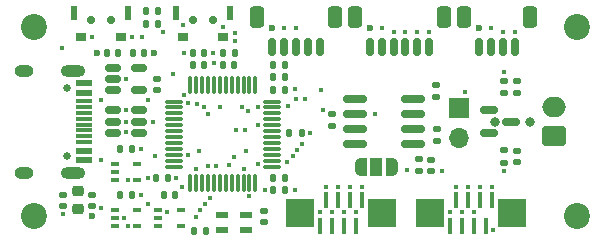
<source format=gbr>
%TF.GenerationSoftware,KiCad,Pcbnew,(6.0.6)*%
%TF.CreationDate,2022-07-10T21:22:37+02:00*%
%TF.ProjectId,GCode_Buttons_MCU,47436f64-655f-4427-9574-746f6e735f4d,rev?*%
%TF.SameCoordinates,Original*%
%TF.FileFunction,Soldermask,Top*%
%TF.FilePolarity,Negative*%
%FSLAX46Y46*%
G04 Gerber Fmt 4.6, Leading zero omitted, Abs format (unit mm)*
G04 Created by KiCad (PCBNEW (6.0.6)) date 2022-07-10 21:22:37*
%MOMM*%
%LPD*%
G01*
G04 APERTURE LIST*
G04 Aperture macros list*
%AMRoundRect*
0 Rectangle with rounded corners*
0 $1 Rounding radius*
0 $2 $3 $4 $5 $6 $7 $8 $9 X,Y pos of 4 corners*
0 Add a 4 corners polygon primitive as box body*
4,1,4,$2,$3,$4,$5,$6,$7,$8,$9,$2,$3,0*
0 Add four circle primitives for the rounded corners*
1,1,$1+$1,$2,$3*
1,1,$1+$1,$4,$5*
1,1,$1+$1,$6,$7*
1,1,$1+$1,$8,$9*
0 Add four rect primitives between the rounded corners*
20,1,$1+$1,$2,$3,$4,$5,0*
20,1,$1+$1,$4,$5,$6,$7,0*
20,1,$1+$1,$6,$7,$8,$9,0*
20,1,$1+$1,$8,$9,$2,$3,0*%
%AMFreePoly0*
4,1,22,0.550000,-0.750000,0.000000,-0.750000,0.000000,-0.745033,-0.079941,-0.743568,-0.215256,-0.701293,-0.333266,-0.622738,-0.424486,-0.514219,-0.481581,-0.384460,-0.499164,-0.250000,-0.500000,-0.250000,-0.500000,0.250000,-0.499164,0.250000,-0.499963,0.256109,-0.478152,0.396186,-0.417904,0.524511,-0.324060,0.630769,-0.204165,0.706417,-0.067858,0.745374,0.000000,0.744959,0.000000,0.750000,
0.550000,0.750000,0.550000,-0.750000,0.550000,-0.750000,$1*%
%AMFreePoly1*
4,1,20,0.000000,0.744959,0.073905,0.744508,0.209726,0.703889,0.328688,0.626782,0.421226,0.519385,0.479903,0.390333,0.500000,0.250000,0.500000,-0.250000,0.499851,-0.262216,0.476331,-0.402017,0.414519,-0.529596,0.319384,-0.634700,0.198574,-0.708877,0.061801,-0.746166,0.000000,-0.745033,0.000000,-0.750000,-0.550000,-0.750000,-0.550000,0.750000,0.000000,0.750000,0.000000,0.744959,
0.000000,0.744959,$1*%
G04 Aperture macros list end*
%ADD10RoundRect,0.140000X0.170000X-0.140000X0.170000X0.140000X-0.170000X0.140000X-0.170000X-0.140000X0*%
%ADD11RoundRect,0.140000X-0.170000X0.140000X-0.170000X-0.140000X0.170000X-0.140000X0.170000X0.140000X0*%
%ADD12RoundRect,0.140000X0.140000X0.170000X-0.140000X0.170000X-0.140000X-0.170000X0.140000X-0.170000X0*%
%ADD13RoundRect,0.140000X-0.140000X-0.170000X0.140000X-0.170000X0.140000X0.170000X-0.140000X0.170000X0*%
%ADD14RoundRect,0.150000X-0.587500X-0.150000X0.587500X-0.150000X0.587500X0.150000X-0.587500X0.150000X0*%
%ADD15RoundRect,0.147500X-0.172500X0.147500X-0.172500X-0.147500X0.172500X-0.147500X0.172500X0.147500X0*%
%ADD16RoundRect,0.147500X0.172500X-0.147500X0.172500X0.147500X-0.172500X0.147500X-0.172500X-0.147500X0*%
%ADD17RoundRect,0.147500X0.147500X0.172500X-0.147500X0.172500X-0.147500X-0.172500X0.147500X-0.172500X0*%
%ADD18R,1.000000X0.600000*%
%ADD19RoundRect,0.218750X-0.256250X0.218750X-0.256250X-0.218750X0.256250X-0.218750X0.256250X0.218750X0*%
%ADD20C,2.200000*%
%ADD21C,0.650000*%
%ADD22R,1.450000X0.600000*%
%ADD23R,1.450000X0.300000*%
%ADD24O,2.100000X1.000000*%
%ADD25O,1.600000X1.000000*%
%ADD26RoundRect,0.250000X0.750000X-0.600000X0.750000X0.600000X-0.750000X0.600000X-0.750000X-0.600000X0*%
%ADD27O,2.000000X1.700000*%
%ADD28RoundRect,0.150000X-0.150000X-0.625000X0.150000X-0.625000X0.150000X0.625000X-0.150000X0.625000X0*%
%ADD29RoundRect,0.250000X-0.350000X-0.650000X0.350000X-0.650000X0.350000X0.650000X-0.350000X0.650000X0*%
%ADD30FreePoly0,0.000000*%
%ADD31R,1.000000X1.500000*%
%ADD32FreePoly1,0.000000*%
%ADD33R,1.700000X1.700000*%
%ADD34O,1.700000X1.700000*%
%ADD35RoundRect,0.135000X-0.135000X-0.185000X0.135000X-0.185000X0.135000X0.185000X-0.135000X0.185000X0*%
%ADD36RoundRect,0.135000X0.185000X-0.135000X0.185000X0.135000X-0.185000X0.135000X-0.185000X-0.135000X0*%
%ADD37RoundRect,0.135000X0.135000X0.185000X-0.135000X0.185000X-0.135000X-0.185000X0.135000X-0.185000X0*%
%ADD38RoundRect,0.135000X-0.185000X0.135000X-0.185000X-0.135000X0.185000X-0.135000X0.185000X0.135000X0*%
%ADD39C,0.700000*%
%ADD40R,0.900000X0.800000*%
%ADD41R,0.600000X1.200000*%
%ADD42RoundRect,0.075000X-0.075000X0.662500X-0.075000X-0.662500X0.075000X-0.662500X0.075000X0.662500X0*%
%ADD43RoundRect,0.075000X-0.662500X0.075000X-0.662500X-0.075000X0.662500X-0.075000X0.662500X0.075000X0*%
%ADD44RoundRect,0.150000X-0.825000X-0.150000X0.825000X-0.150000X0.825000X0.150000X-0.825000X0.150000X0*%
%ADD45RoundRect,0.150000X-0.512500X-0.150000X0.512500X-0.150000X0.512500X0.150000X-0.512500X0.150000X0*%
%ADD46R,0.650000X0.400000*%
%ADD47R,2.400000X2.400000*%
%ADD48R,0.400000X1.350000*%
%ADD49C,0.450000*%
%ADD50C,0.800000*%
%ADD51C,0.600000*%
G04 APERTURE END LIST*
D10*
%TO.C,C1*%
X127250000Y-100330000D03*
X127250000Y-99370000D03*
%TD*%
D11*
%TO.C,C2*%
X104450000Y-106170000D03*
X104450000Y-107130000D03*
%TD*%
D10*
%TO.C,C3*%
X106950000Y-107130000D03*
X106950000Y-106170000D03*
%TD*%
D12*
%TO.C,C4*%
X113330000Y-104800000D03*
X112370000Y-104800000D03*
%TD*%
D13*
%TO.C,C5*%
X122270000Y-97300000D03*
X123230000Y-97300000D03*
%TD*%
%TO.C,C6*%
X122270000Y-96250000D03*
X123230000Y-96250000D03*
%TD*%
%TO.C,C7*%
X122270000Y-95200000D03*
X123230000Y-95200000D03*
%TD*%
D12*
%TO.C,C8*%
X116430000Y-95200000D03*
X115470000Y-95200000D03*
%TD*%
%TO.C,C9*%
X116430000Y-94150000D03*
X115470000Y-94150000D03*
%TD*%
D13*
%TO.C,C10*%
X122270000Y-104750000D03*
X123230000Y-104750000D03*
%TD*%
%TO.C,C11*%
X122270000Y-105800000D03*
X123230000Y-105800000D03*
%TD*%
D10*
%TO.C,C12*%
X135650000Y-104180000D03*
X135650000Y-103220000D03*
%TD*%
D12*
%TO.C,C13*%
X110280000Y-102300000D03*
X109320000Y-102300000D03*
%TD*%
D13*
%TO.C,C14*%
X108170000Y-94150000D03*
X109130000Y-94150000D03*
%TD*%
D12*
%TO.C,C15*%
X111330000Y-94150000D03*
X110370000Y-94150000D03*
%TD*%
D10*
%TO.C,C16*%
X112400000Y-97330000D03*
X112400000Y-96370000D03*
%TD*%
D13*
%TO.C,C17*%
X118020000Y-95200000D03*
X118980000Y-95200000D03*
%TD*%
D12*
%TO.C,C18*%
X110280000Y-106200000D03*
X109320000Y-106200000D03*
%TD*%
D13*
%TO.C,C19*%
X113020000Y-106200000D03*
X113980000Y-106200000D03*
%TD*%
D10*
%TO.C,C20*%
X121500000Y-108530000D03*
X121500000Y-107570000D03*
%TD*%
D14*
%TO.C,D1*%
X140562500Y-99050000D03*
X140562500Y-100950000D03*
X142437500Y-100000000D03*
%TD*%
D15*
%TO.C,D2*%
X142900000Y-96565000D03*
X142900000Y-97535000D03*
%TD*%
D16*
%TO.C,D3*%
X142900000Y-103435000D03*
X142900000Y-102465000D03*
%TD*%
D17*
%TO.C,D4*%
X112485000Y-90600000D03*
X111515000Y-90600000D03*
%TD*%
D18*
%TO.C,D5*%
X119950000Y-109200000D03*
X119950000Y-107900000D03*
X117950000Y-107900000D03*
X117950000Y-109200000D03*
%TD*%
D19*
%TO.C,FB1*%
X105700000Y-105862500D03*
X105700000Y-107437500D03*
%TD*%
D20*
%TO.C,H1*%
X102000000Y-92000000D03*
%TD*%
%TO.C,H2*%
X102000000Y-108000000D03*
%TD*%
%TO.C,H3*%
X148000000Y-108000000D03*
%TD*%
%TO.C,H4*%
X148000000Y-92000000D03*
%TD*%
D21*
%TO.C,J1*%
X104800000Y-97110000D03*
X104800000Y-102890000D03*
D22*
X106245000Y-96750000D03*
X106245000Y-97550000D03*
D23*
X106245000Y-98750000D03*
X106245000Y-99750000D03*
X106245000Y-100250000D03*
X106245000Y-101250000D03*
D22*
X106245000Y-102450000D03*
X106245000Y-103250000D03*
X106245000Y-103250000D03*
X106245000Y-102450000D03*
D23*
X106245000Y-101750000D03*
X106245000Y-100750000D03*
X106245000Y-99250000D03*
X106245000Y-98250000D03*
D22*
X106245000Y-97550000D03*
X106245000Y-96750000D03*
D24*
X105330000Y-95680000D03*
X105330000Y-104320000D03*
D25*
X101150000Y-95680000D03*
X101150000Y-104320000D03*
%TD*%
D26*
%TO.C,J4*%
X146075000Y-101250000D03*
D27*
X146075000Y-98750000D03*
%TD*%
D28*
%TO.C,J5*%
X139700000Y-93675000D03*
X140700000Y-93675000D03*
X141700000Y-93675000D03*
X142700000Y-93675000D03*
D29*
X138400000Y-91150000D03*
X144000000Y-91150000D03*
%TD*%
D28*
%TO.C,J6*%
X130450000Y-93675000D03*
X131450000Y-93675000D03*
X132450000Y-93675000D03*
X133450000Y-93675000D03*
X134450000Y-93675000D03*
X135450000Y-93675000D03*
D29*
X136750000Y-91150000D03*
X129150000Y-91150000D03*
%TD*%
D28*
%TO.C,J7*%
X122200000Y-93675000D03*
X123200000Y-93675000D03*
X124200000Y-93675000D03*
X125200000Y-93675000D03*
X126200000Y-93675000D03*
D29*
X120900000Y-91150000D03*
X127500000Y-91150000D03*
%TD*%
D30*
%TO.C,JP1*%
X129700000Y-103850000D03*
D31*
X131000000Y-103850000D03*
D32*
X132300000Y-103850000D03*
%TD*%
D33*
%TO.C,JP2*%
X138000000Y-98875000D03*
D34*
X138000000Y-101415000D03*
%TD*%
D35*
%TO.C,R1*%
X123640000Y-100950000D03*
X124660000Y-100950000D03*
%TD*%
D36*
%TO.C,R2*%
X136050000Y-97910000D03*
X136050000Y-96890000D03*
%TD*%
%TO.C,R3*%
X134600000Y-104210000D03*
X134600000Y-103190000D03*
%TD*%
D37*
%TO.C,R4*%
X119010000Y-94150000D03*
X117990000Y-94150000D03*
%TD*%
D36*
%TO.C,R5*%
X136100000Y-101610000D03*
X136100000Y-100590000D03*
%TD*%
D38*
%TO.C,R6*%
X141800000Y-96540000D03*
X141800000Y-97560000D03*
%TD*%
D36*
%TO.C,R7*%
X141800000Y-103460000D03*
X141800000Y-102440000D03*
%TD*%
D37*
%TO.C,R8*%
X112510000Y-91700000D03*
X111490000Y-91700000D03*
%TD*%
D35*
%TO.C,R9*%
X115590000Y-109300000D03*
X116610000Y-109300000D03*
%TD*%
D39*
%TO.C,SW1*%
X108550000Y-91400000D03*
X106850000Y-91400000D03*
D40*
X106000000Y-92800000D03*
X109400000Y-92800000D03*
D41*
X105400000Y-90800000D03*
X110000000Y-90800000D03*
%TD*%
D39*
%TO.C,SW2*%
X115450000Y-91400000D03*
X117150000Y-91400000D03*
D40*
X114600000Y-92800000D03*
X118000000Y-92800000D03*
D41*
X118600000Y-90800000D03*
X114000000Y-90800000D03*
%TD*%
D42*
%TO.C,U1*%
X120750000Y-96887500D03*
X120250000Y-96887500D03*
X119750000Y-96887500D03*
X119250000Y-96887500D03*
X118750000Y-96887500D03*
X118250000Y-96887500D03*
X117750000Y-96887500D03*
X117250000Y-96887500D03*
X116750000Y-96887500D03*
X116250000Y-96887500D03*
X115750000Y-96887500D03*
X115250000Y-96887500D03*
D43*
X113837500Y-98300000D03*
X113837500Y-98800000D03*
X113837500Y-99300000D03*
X113837500Y-99800000D03*
X113837500Y-100300000D03*
X113837500Y-100800000D03*
X113837500Y-101300000D03*
X113837500Y-101800000D03*
X113837500Y-102300000D03*
X113837500Y-102800000D03*
X113837500Y-103300000D03*
X113837500Y-103800000D03*
D42*
X115250000Y-105212500D03*
X115750000Y-105212500D03*
X116250000Y-105212500D03*
X116750000Y-105212500D03*
X117250000Y-105212500D03*
X117750000Y-105212500D03*
X118250000Y-105212500D03*
X118750000Y-105212500D03*
X119250000Y-105212500D03*
X119750000Y-105212500D03*
X120250000Y-105212500D03*
X120750000Y-105212500D03*
D43*
X122162500Y-103800000D03*
X122162500Y-103300000D03*
X122162500Y-102800000D03*
X122162500Y-102300000D03*
X122162500Y-101800000D03*
X122162500Y-101300000D03*
X122162500Y-100800000D03*
X122162500Y-100300000D03*
X122162500Y-99800000D03*
X122162500Y-99300000D03*
X122162500Y-98800000D03*
X122162500Y-98300000D03*
%TD*%
D44*
%TO.C,U2*%
X129175000Y-98095000D03*
X129175000Y-99365000D03*
X129175000Y-100635000D03*
X129175000Y-101905000D03*
X134125000Y-101905000D03*
X134125000Y-100635000D03*
X134125000Y-99365000D03*
X134125000Y-98095000D03*
%TD*%
D45*
%TO.C,U3*%
X108662500Y-99050000D03*
X108662500Y-100000000D03*
X108662500Y-100950000D03*
X110937500Y-100950000D03*
X110937500Y-100000000D03*
X110937500Y-99050000D03*
%TD*%
D46*
%TO.C,U4*%
X108850000Y-103600000D03*
X108850000Y-104250000D03*
X108850000Y-104900000D03*
X110750000Y-104900000D03*
X110750000Y-103600000D03*
%TD*%
D45*
%TO.C,U5*%
X108662500Y-95450000D03*
X108662500Y-96400000D03*
X108662500Y-97350000D03*
X110937500Y-97350000D03*
X110937500Y-95450000D03*
%TD*%
D46*
%TO.C,U6*%
X108850000Y-107500000D03*
X108850000Y-108150000D03*
X108850000Y-108800000D03*
X110750000Y-108800000D03*
X110750000Y-107500000D03*
%TD*%
%TO.C,U7*%
X112550000Y-107500000D03*
X112550000Y-108150000D03*
X112550000Y-108800000D03*
X114450000Y-108800000D03*
X114450000Y-107500000D03*
%TD*%
D47*
%TO.C,J3*%
X135500000Y-107700000D03*
X142500000Y-107700000D03*
D48*
X140750000Y-106600000D03*
X140250000Y-108800000D03*
X139750000Y-106600000D03*
X139250000Y-108800000D03*
X138750000Y-106600000D03*
X138250000Y-108800000D03*
X137750000Y-106600000D03*
X137250000Y-108800000D03*
%TD*%
D47*
%TO.C,J2*%
X124500000Y-107700000D03*
X131500000Y-107700000D03*
D48*
X129750000Y-106600000D03*
X129250000Y-108800000D03*
X128750000Y-106600000D03*
X128250000Y-108800000D03*
X127750000Y-106600000D03*
X127250000Y-108800000D03*
X126750000Y-106600000D03*
X126250000Y-108800000D03*
%TD*%
D49*
X124150000Y-98050000D03*
X119800000Y-104000000D03*
X129250000Y-107650000D03*
X109950000Y-104900000D03*
X110000000Y-108800000D03*
X140900000Y-109200000D03*
X109800000Y-96400000D03*
X123500000Y-98700000D03*
X107700000Y-103250000D03*
X111650000Y-104800000D03*
X129750000Y-105500000D03*
X114700000Y-94150000D03*
X124100000Y-105750000D03*
X111700000Y-98200000D03*
X120250000Y-106300000D03*
X114700000Y-97750000D03*
X117250000Y-95000000D03*
X124100000Y-97250000D03*
X104450000Y-107850000D03*
X116000000Y-102500000D03*
D50*
X141000000Y-100000000D03*
D49*
X107700000Y-107350000D03*
X123200000Y-92100000D03*
X111650000Y-107000000D03*
X119000000Y-92500000D03*
X117750000Y-98800000D03*
X107700000Y-98200000D03*
X140750000Y-105500000D03*
X126350000Y-97350000D03*
X111150000Y-92800000D03*
X114500000Y-105500000D03*
X120000000Y-102500000D03*
D50*
X144000000Y-100000000D03*
D49*
X114600000Y-91850000D03*
X115750000Y-104000000D03*
X109800000Y-100000000D03*
X126500000Y-99000000D03*
X104400000Y-93800000D03*
X120950000Y-98800000D03*
X138500000Y-97500000D03*
X130850000Y-99350000D03*
X140700000Y-92100000D03*
X125400000Y-100950000D03*
X131450000Y-92100000D03*
X139750000Y-105500000D03*
X111100000Y-102350000D03*
X111100000Y-106200000D03*
D51*
X107350000Y-94150000D03*
D49*
X112087500Y-100000000D03*
X128750000Y-105500000D03*
D51*
X106950000Y-107950000D03*
D49*
X109800000Y-99050000D03*
X118543056Y-103684166D03*
X109800000Y-100850000D03*
X118950000Y-103000000D03*
X119000000Y-93150000D03*
X136550000Y-104200000D03*
D51*
X122200000Y-92100000D03*
X112150000Y-94150000D03*
X130450000Y-92100000D03*
D49*
X110300000Y-92800000D03*
X117200000Y-94150000D03*
X133550000Y-104100000D03*
X114050000Y-104800000D03*
D51*
X139700000Y-92100000D03*
D49*
X121550000Y-105800000D03*
X106900000Y-92800000D03*
X121000000Y-100250500D03*
X112250000Y-102950000D03*
X109600000Y-108150000D03*
X118000000Y-91950000D03*
X124200000Y-92100000D03*
X132450000Y-92450000D03*
X115050000Y-98450000D03*
X133450000Y-92450000D03*
X115788556Y-98488556D03*
X134450000Y-92450000D03*
X116377350Y-98799500D03*
X135450000Y-92450000D03*
X116755536Y-99349000D03*
X141700000Y-92450000D03*
X119150000Y-100750000D03*
X142700000Y-92450000D03*
X119900000Y-100700000D03*
X119600000Y-98750000D03*
X141800000Y-95800000D03*
X120150000Y-99100000D03*
X141800000Y-104200000D03*
X124950000Y-98050000D03*
X121000000Y-103550000D03*
X113800000Y-96000000D03*
X112900000Y-92450000D03*
X126250000Y-107650000D03*
X116096402Y-107505673D03*
X126750000Y-105500000D03*
X116900000Y-106450000D03*
X127250000Y-107650000D03*
X115725765Y-108074235D03*
X127750000Y-105500000D03*
X116497789Y-106959980D03*
X128250000Y-107650000D03*
X115050000Y-102850000D03*
X137250000Y-107650000D03*
X117400000Y-103750000D03*
X137750000Y-105500000D03*
X124705741Y-101892824D03*
X138250000Y-107650000D03*
X123450000Y-103414556D03*
X138750000Y-105500000D03*
X124300000Y-102400000D03*
X139250000Y-107650000D03*
X123901901Y-102948038D03*
X116700000Y-103750000D03*
X113300000Y-107650000D03*
M02*

</source>
